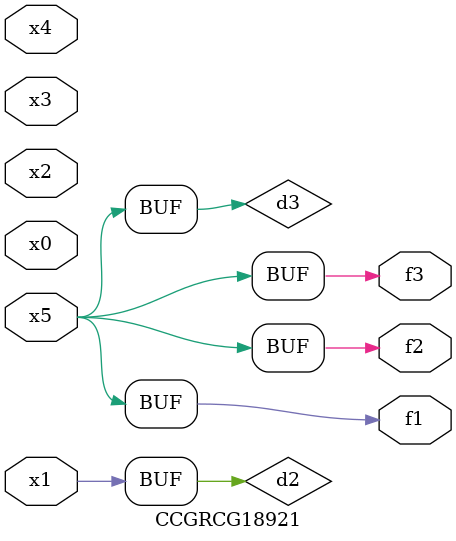
<source format=v>
module CCGRCG18921(
	input x0, x1, x2, x3, x4, x5,
	output f1, f2, f3
);

	wire d1, d2, d3;

	not (d1, x5);
	or (d2, x1);
	xnor (d3, d1);
	assign f1 = d3;
	assign f2 = d3;
	assign f3 = d3;
endmodule

</source>
